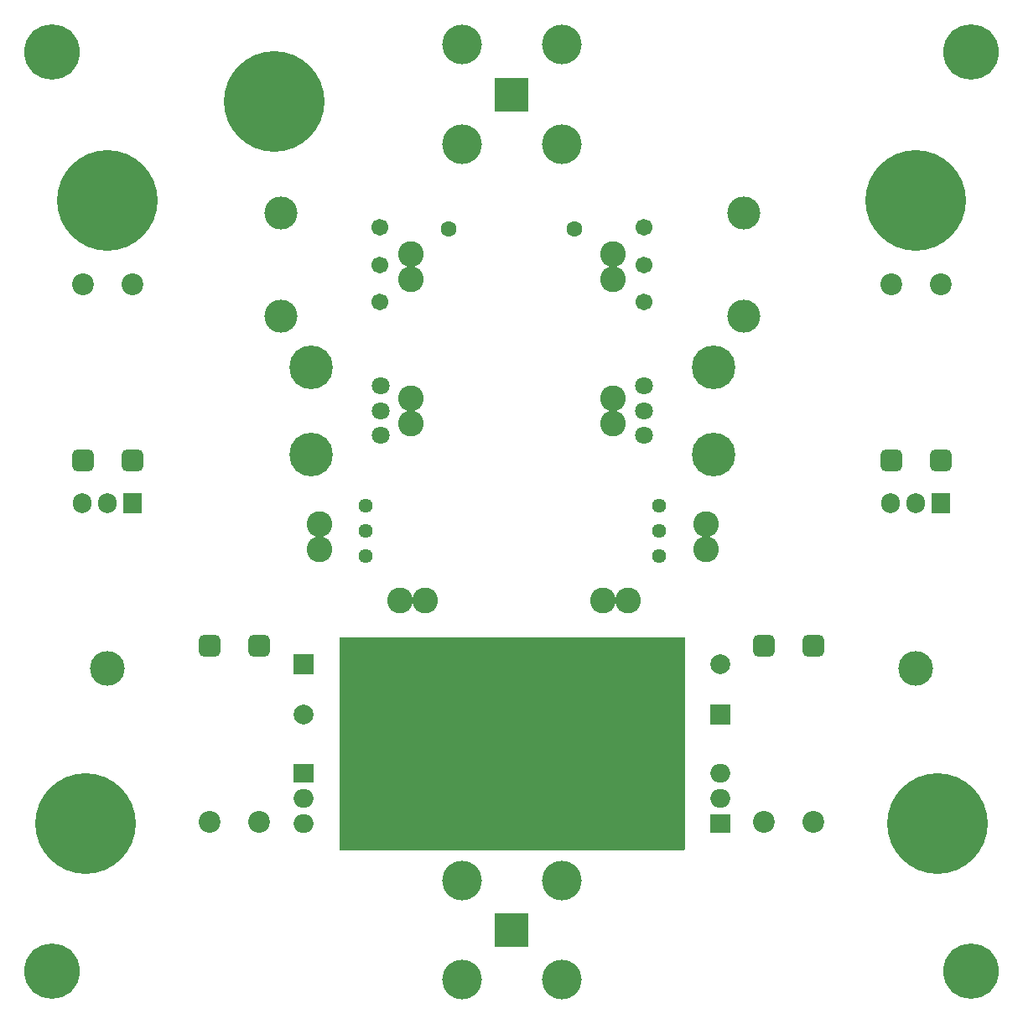
<source format=gbr>
%TF.GenerationSoftware,KiCad,Pcbnew,9.0.0*%
%TF.CreationDate,2025-08-10T21:35:17+12:00*%
%TF.ProjectId,current_gen_class_ab,63757272-656e-4745-9f67-656e5f636c61,rev?*%
%TF.SameCoordinates,Original*%
%TF.FileFunction,Soldermask,Bot*%
%TF.FilePolarity,Negative*%
%FSLAX46Y46*%
G04 Gerber Fmt 4.6, Leading zero omitted, Abs format (unit mm)*
G04 Created by KiCad (PCBNEW 9.0.0) date 2025-08-10 21:35:17*
%MOMM*%
%LPD*%
G01*
G04 APERTURE LIST*
G04 Aperture macros list*
%AMRoundRect*
0 Rectangle with rounded corners*
0 $1 Rounding radius*
0 $2 $3 $4 $5 $6 $7 $8 $9 X,Y pos of 4 corners*
0 Add a 4 corners polygon primitive as box body*
4,1,4,$2,$3,$4,$5,$6,$7,$8,$9,$2,$3,0*
0 Add four circle primitives for the rounded corners*
1,1,$1+$1,$2,$3*
1,1,$1+$1,$4,$5*
1,1,$1+$1,$6,$7*
1,1,$1+$1,$8,$9*
0 Add four rect primitives between the rounded corners*
20,1,$1+$1,$2,$3,$4,$5,0*
20,1,$1+$1,$4,$5,$6,$7,0*
20,1,$1+$1,$6,$7,$8,$9,0*
20,1,$1+$1,$8,$9,$2,$3,0*%
G04 Aperture macros list end*
%ADD10C,3.500000*%
%ADD11R,1.905000X2.000000*%
%ADD12O,1.905000X2.000000*%
%ADD13C,2.600000*%
%ADD14RoundRect,0.550000X0.550000X-0.550000X0.550000X0.550000X-0.550000X0.550000X-0.550000X-0.550000X0*%
%ADD15C,2.200000*%
%ADD16RoundRect,0.550000X-0.550000X0.550000X-0.550000X-0.550000X0.550000X-0.550000X0.550000X0.550000X0*%
%ADD17C,5.600000*%
%ADD18R,3.500000X3.500000*%
%ADD19C,4.000000*%
%ADD20C,10.160000*%
%ADD21C,1.440000*%
%ADD22C,1.800000*%
%ADD23C,4.400000*%
%ADD24C,3.327400*%
%ADD25C,1.701800*%
%ADD26R,2.000000X2.000000*%
%ADD27C,2.000000*%
%ADD28R,2.000000X1.905000*%
%ADD29O,2.000000X1.905000*%
%ADD30C,1.600000*%
G04 APERTURE END LIST*
D10*
%TO.C,Q3*%
X118200000Y-125830000D03*
D11*
X120740000Y-109170000D03*
D12*
X118200000Y-109170000D03*
X115660001Y-109170000D03*
%TD*%
D13*
%TO.C,TP2*%
X169250000Y-84029999D03*
X169250000Y-86569999D03*
%TD*%
D14*
%TO.C,F2*%
X115700000Y-104900000D03*
X120700000Y-104900000D03*
D15*
X115700000Y-87100000D03*
X120700000Y-87100000D03*
%TD*%
D13*
%TO.C,TP6*%
X147730000Y-119000000D03*
X150270000Y-119000000D03*
%TD*%
%TO.C,TP7*%
X139600000Y-113870001D03*
X139600000Y-111330001D03*
%TD*%
%TO.C,TP4*%
X169250000Y-98629999D03*
X169250000Y-101169999D03*
%TD*%
D16*
%TO.C,F5*%
X189500000Y-123600000D03*
X184500000Y-123600000D03*
D15*
X189500000Y-141400000D03*
X184500000Y-141400000D03*
%TD*%
D17*
%TO.C,H4*%
X112600000Y-156400000D03*
%TD*%
D18*
%TO.C,J1*%
X159000000Y-67935000D03*
D19*
X153975000Y-62910000D03*
X153975000Y-72960000D03*
X164025000Y-62910000D03*
X164025000Y-72960000D03*
%TD*%
D13*
%TO.C,TP1*%
X148800000Y-86600000D03*
X148800000Y-84060000D03*
%TD*%
%TO.C,TP8*%
X178600000Y-113870000D03*
X178600000Y-111330000D03*
%TD*%
D10*
%TO.C,Q4*%
X199800000Y-125830000D03*
D11*
X202340000Y-109170000D03*
D12*
X199800000Y-109170000D03*
X197260001Y-109170000D03*
%TD*%
D17*
%TO.C,H2*%
X205400000Y-63600000D03*
%TD*%
D20*
%TO.C,J6*%
X116000000Y-141500000D03*
%TD*%
D14*
%TO.C,F1*%
X197300000Y-104900000D03*
X202300000Y-104900000D03*
D15*
X197300000Y-87100000D03*
X202300000Y-87100000D03*
%TD*%
D21*
%TO.C,R19*%
X144250000Y-109460000D03*
X144250000Y-112000000D03*
X144250000Y-114539999D03*
%TD*%
D16*
%TO.C,F4*%
X133500000Y-123600000D03*
X128500000Y-123600000D03*
D15*
X133500000Y-141400000D03*
X128500000Y-141400000D03*
%TD*%
D22*
%TO.C,RV3*%
X145750000Y-97350000D03*
X145750000Y-99850000D03*
X145750000Y-102350000D03*
D23*
X138750000Y-104250000D03*
X138750000Y-95450001D03*
%TD*%
D18*
%TO.C,J2*%
X159000000Y-152275000D03*
D19*
X164025000Y-157300000D03*
X164025000Y-147250000D03*
X153975000Y-157300000D03*
X153975000Y-147250000D03*
%TD*%
D20*
%TO.C,J5*%
X118200000Y-78600000D03*
%TD*%
D24*
%TO.C,RV1*%
X135700000Y-90300000D03*
X135700000Y-79900000D03*
D25*
X145700000Y-88850000D03*
X145700000Y-85100001D03*
X145700000Y-81350000D03*
%TD*%
D10*
%TO.C,R16*%
X154680000Y-128000000D03*
D26*
X138020000Y-125460000D03*
D27*
X138020000Y-130539999D03*
%TD*%
D24*
%TO.C,RV2*%
X182400000Y-79900001D03*
X182400000Y-90300001D03*
D25*
X172400000Y-81350001D03*
X172400000Y-85100000D03*
X172400000Y-88850001D03*
%TD*%
D21*
%TO.C,R18*%
X173895000Y-109460000D03*
X173895000Y-112000000D03*
X173895000Y-114539999D03*
%TD*%
D20*
%TO.C,J3*%
X199800000Y-78600000D03*
%TD*%
D10*
%TO.C,Q1*%
X154680000Y-139000000D03*
D28*
X138020000Y-136460000D03*
D29*
X138020000Y-139000000D03*
X138020000Y-141539999D03*
%TD*%
D22*
%TO.C,RV4*%
X172350000Y-102350000D03*
X172350000Y-99850000D03*
X172350000Y-97350000D03*
D23*
X179350000Y-95450000D03*
X179350000Y-104250000D03*
%TD*%
D13*
%TO.C,TP3*%
X148800000Y-101170001D03*
X148800000Y-98630001D03*
%TD*%
D30*
%TO.C,R1*%
X152650000Y-81500000D03*
X165350000Y-81500000D03*
%TD*%
D13*
%TO.C,TP5*%
X168230000Y-119000000D03*
X170770000Y-119000000D03*
%TD*%
D20*
%TO.C,J7*%
X202000000Y-141500000D03*
%TD*%
D10*
%TO.C,R17*%
X163450000Y-128000000D03*
D26*
X180110000Y-130540000D03*
D27*
X180110000Y-125460001D03*
%TD*%
D10*
%TO.C,Q2*%
X163450000Y-139000000D03*
D28*
X180110000Y-141540000D03*
D29*
X180110000Y-139000000D03*
X180110000Y-136460001D03*
%TD*%
D20*
%TO.C,J4*%
X135000000Y-68600000D03*
%TD*%
D17*
%TO.C,H1*%
X112600000Y-63600000D03*
%TD*%
%TO.C,H3*%
X205400000Y-156400000D03*
%TD*%
G36*
X176443039Y-122719685D02*
G01*
X176488794Y-122772489D01*
X176500000Y-122824000D01*
X176500000Y-144076000D01*
X176480315Y-144143039D01*
X176427511Y-144188794D01*
X176376000Y-144200000D01*
X141724000Y-144200000D01*
X141656961Y-144180315D01*
X141611206Y-144127511D01*
X141600000Y-144076000D01*
X141600000Y-122824000D01*
X141619685Y-122756961D01*
X141672489Y-122711206D01*
X141724000Y-122700000D01*
X176376000Y-122700000D01*
X176443039Y-122719685D01*
G37*
M02*

</source>
